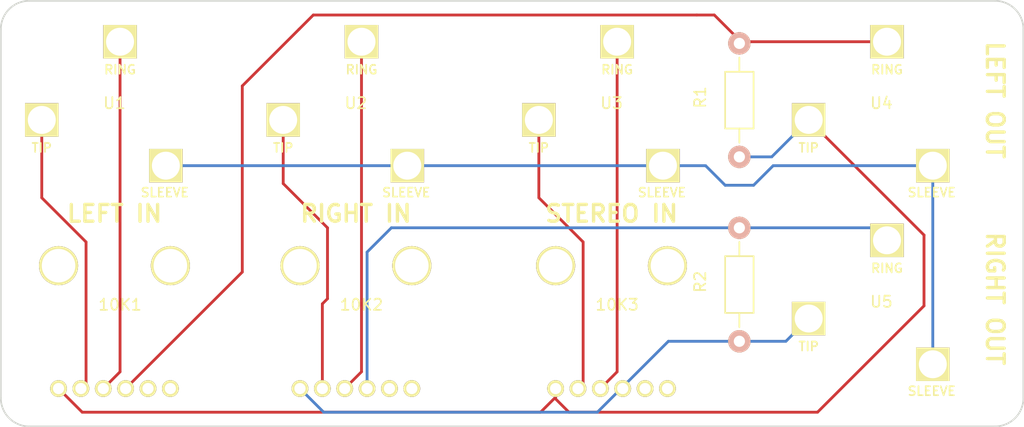
<source format=kicad_pcb>
(kicad_pcb (version 4) (host pcbnew 4.0.2-stable)

  (general
    (links 20)
    (no_connects 0)
    (area 111.659999 98.959999 203.300001 137.260001)
    (thickness 1.6)
    (drawings 18)
    (tracks 62)
    (zones 0)
    (modules 10)
    (nets 12)
  )

  (page A4)
  (layers
    (0 F.Cu signal)
    (31 B.Cu signal)
    (32 B.Adhes user hide)
    (33 F.Adhes user hide)
    (34 B.Paste user hide)
    (35 F.Paste user hide)
    (36 B.SilkS user hide)
    (37 F.SilkS user)
    (38 B.Mask user hide)
    (39 F.Mask user hide)
    (40 Dwgs.User user hide)
    (41 Cmts.User user hide)
    (42 Eco1.User user hide)
    (43 Eco2.User user hide)
    (44 Edge.Cuts user)
    (45 Margin user)
    (46 B.CrtYd user)
    (47 F.CrtYd user)
    (48 B.Fab user)
    (49 F.Fab user)
  )

  (setup
    (last_trace_width 0.25)
    (trace_clearance 0.2)
    (zone_clearance 0.508)
    (zone_45_only no)
    (trace_min 0.2)
    (segment_width 0.2)
    (edge_width 0.15)
    (via_size 0.6)
    (via_drill 0.4)
    (via_min_size 0.4)
    (via_min_drill 0.3)
    (uvia_size 0.3)
    (uvia_drill 0.1)
    (uvias_allowed no)
    (uvia_min_size 0.2)
    (uvia_min_drill 0.1)
    (pcb_text_width 0.3)
    (pcb_text_size 1.5 1.5)
    (mod_edge_width 0.15)
    (mod_text_size 1 1)
    (mod_text_width 0.15)
    (pad_size 1.524 1.524)
    (pad_drill 0.762)
    (pad_to_mask_clearance 0.2)
    (aux_axis_origin 0 0)
    (visible_elements FFFEFF7F)
    (pcbplotparams
      (layerselection 0x00030_80000001)
      (usegerberextensions false)
      (excludeedgelayer true)
      (linewidth 0.100000)
      (plotframeref false)
      (viasonmask false)
      (mode 1)
      (useauxorigin false)
      (hpglpennumber 1)
      (hpglpenspeed 20)
      (hpglpendiameter 15)
      (hpglpenoverlay 2)
      (psnegative false)
      (psa4output false)
      (plotreference true)
      (plotvalue true)
      (plotinvisibletext false)
      (padsonsilk false)
      (subtractmaskfromsilk false)
      (outputformat 1)
      (mirror false)
      (drillshape 1)
      (scaleselection 1)
      (outputdirectory ""))
  )

  (net 0 "")
  (net 1 "Net-(10K1-Pad2)")
  (net 2 "Net-(10K1-Pad1)")
  (net 3 "Net-(10K1-Pad4)")
  (net 4 "Net-(10K1-Pad5)")
  (net 5 "Net-(10K2-Pad2)")
  (net 6 "Net-(10K2-Pad1)")
  (net 7 "Net-(10K2-Pad4)")
  (net 8 "Net-(10K2-Pad5)")
  (net 9 "Net-(10K3-Pad1)")
  (net 10 "Net-(10K3-Pad4)")
  (net 11 GND)

  (net_class Default "This is the default net class."
    (clearance 0.2)
    (trace_width 0.25)
    (via_dia 0.6)
    (via_drill 0.4)
    (uvia_dia 0.3)
    (uvia_drill 0.1)
    (add_net GND)
    (add_net "Net-(10K1-Pad1)")
    (add_net "Net-(10K1-Pad2)")
    (add_net "Net-(10K1-Pad4)")
    (add_net "Net-(10K1-Pad5)")
    (add_net "Net-(10K2-Pad1)")
    (add_net "Net-(10K2-Pad2)")
    (add_net "Net-(10K2-Pad4)")
    (add_net "Net-(10K2-Pad5)")
    (add_net "Net-(10K3-Pad1)")
    (add_net "Net-(10K3-Pad4)")
  )

  (module audio:alps-dual-gang-vertical-pot-RK12L12C0A0G (layer F.Cu) (tedit 5762039E) (tstamp 57620510)
    (at 121.92 128.27)
    (path /57600461)
    (fp_text reference 10K1 (at 0.5 -2) (layer F.SilkS)
      (effects (font (size 1 1) (thickness 0.15)))
    )
    (fp_text value DUAL_POT (at 0.5 1.5) (layer F.Fab)
      (effects (font (size 1 1) (thickness 0.15)))
    )
    (pad b thru_hole circle (at -5 -5.5) (size 3.5 3.5) (drill 3) (layers *.Cu *.Mask F.SilkS))
    (pad 3 thru_hole circle (at 5 5.5) (size 1.5 1.5) (drill 1) (layers *.Cu *.Mask F.SilkS))
    (pad 6 thru_hole circle (at 3 5.5) (size 1.5 1.5) (drill 1) (layers *.Cu *.Mask F.SilkS))
    (pad 2 thru_hole circle (at -5 5.5) (size 1.5 1.5) (drill 1) (layers *.Cu *.Mask F.SilkS)
      (net 1 "Net-(10K1-Pad2)"))
    (pad 1 thru_hole circle (at -3 5.5) (size 1.5 1.5) (drill 1) (layers *.Cu *.Mask F.SilkS)
      (net 2 "Net-(10K1-Pad1)"))
    (pad 4 thru_hole circle (at -1 5.5) (size 1.5 1.5) (drill 1) (layers *.Cu *.Mask F.SilkS)
      (net 3 "Net-(10K1-Pad4)"))
    (pad 5 thru_hole circle (at 1 5.5) (size 1.5 1.5) (drill 1) (layers *.Cu *.Mask F.SilkS)
      (net 4 "Net-(10K1-Pad5)"))
    (pad a thru_hole circle (at 5 -5.5) (size 3.5 3.5) (drill 3) (layers *.Cu *.Mask F.SilkS))
  )

  (module audio:alps-dual-gang-vertical-pot-RK12L12C0A0G (layer F.Cu) (tedit 5762039E) (tstamp 5762051C)
    (at 143.51 128.27)
    (path /576005CD)
    (fp_text reference 10K2 (at 0.5 -2) (layer F.SilkS)
      (effects (font (size 1 1) (thickness 0.15)))
    )
    (fp_text value DUAL_POT (at 0.5 1.5) (layer F.Fab)
      (effects (font (size 1 1) (thickness 0.15)))
    )
    (pad b thru_hole circle (at -5 -5.5) (size 3.5 3.5) (drill 3) (layers *.Cu *.Mask F.SilkS))
    (pad 3 thru_hole circle (at 5 5.5) (size 1.5 1.5) (drill 1) (layers *.Cu *.Mask F.SilkS))
    (pad 6 thru_hole circle (at 3 5.5) (size 1.5 1.5) (drill 1) (layers *.Cu *.Mask F.SilkS))
    (pad 2 thru_hole circle (at -5 5.5) (size 1.5 1.5) (drill 1) (layers *.Cu *.Mask F.SilkS)
      (net 5 "Net-(10K2-Pad2)"))
    (pad 1 thru_hole circle (at -3 5.5) (size 1.5 1.5) (drill 1) (layers *.Cu *.Mask F.SilkS)
      (net 6 "Net-(10K2-Pad1)"))
    (pad 4 thru_hole circle (at -1 5.5) (size 1.5 1.5) (drill 1) (layers *.Cu *.Mask F.SilkS)
      (net 7 "Net-(10K2-Pad4)"))
    (pad 5 thru_hole circle (at 1 5.5) (size 1.5 1.5) (drill 1) (layers *.Cu *.Mask F.SilkS)
      (net 8 "Net-(10K2-Pad5)"))
    (pad a thru_hole circle (at 5 -5.5) (size 3.5 3.5) (drill 3) (layers *.Cu *.Mask F.SilkS))
  )

  (module audio:alps-dual-gang-vertical-pot-RK12L12C0A0G (layer F.Cu) (tedit 5762039E) (tstamp 57620528)
    (at 166.37 128.27)
    (path /57600691)
    (fp_text reference 10K3 (at 0.5 -2) (layer F.SilkS)
      (effects (font (size 1 1) (thickness 0.15)))
    )
    (fp_text value DUAL_POT (at 0.5 1.5) (layer F.Fab)
      (effects (font (size 1 1) (thickness 0.15)))
    )
    (pad b thru_hole circle (at -5 -5.5) (size 3.5 3.5) (drill 3) (layers *.Cu *.Mask F.SilkS))
    (pad 3 thru_hole circle (at 5 5.5) (size 1.5 1.5) (drill 1) (layers *.Cu *.Mask F.SilkS))
    (pad 6 thru_hole circle (at 3 5.5) (size 1.5 1.5) (drill 1) (layers *.Cu *.Mask F.SilkS))
    (pad 2 thru_hole circle (at -5 5.5) (size 1.5 1.5) (drill 1) (layers *.Cu *.Mask F.SilkS)
      (net 1 "Net-(10K1-Pad2)"))
    (pad 1 thru_hole circle (at -3 5.5) (size 1.5 1.5) (drill 1) (layers *.Cu *.Mask F.SilkS)
      (net 9 "Net-(10K3-Pad1)"))
    (pad 4 thru_hole circle (at -1 5.5) (size 1.5 1.5) (drill 1) (layers *.Cu *.Mask F.SilkS)
      (net 10 "Net-(10K3-Pad4)"))
    (pad 5 thru_hole circle (at 1 5.5) (size 1.5 1.5) (drill 1) (layers *.Cu *.Mask F.SilkS)
      (net 5 "Net-(10K2-Pad2)"))
    (pad a thru_hole circle (at 5 -5.5) (size 3.5 3.5) (drill 3) (layers *.Cu *.Mask F.SilkS))
  )

  (module Resistors_ThroughHole:Resistor_Horizontal_RM10mm (layer F.Cu) (tedit 56648415) (tstamp 576229C8)
    (at 177.8 113.03 90)
    (descr "Resistor, Axial,  RM 10mm, 1/3W")
    (tags "Resistor Axial RM 10mm 1/3W")
    (path /576218E6)
    (fp_text reference R1 (at 5.32892 -3.50012 90) (layer F.SilkS)
      (effects (font (size 1 1) (thickness 0.15)))
    )
    (fp_text value 200 (at 5.08 3.81 90) (layer F.Fab)
      (effects (font (size 1 1) (thickness 0.15)))
    )
    (fp_line (start -1.25 -1.5) (end 11.4 -1.5) (layer F.CrtYd) (width 0.05))
    (fp_line (start -1.25 1.5) (end -1.25 -1.5) (layer F.CrtYd) (width 0.05))
    (fp_line (start 11.4 -1.5) (end 11.4 1.5) (layer F.CrtYd) (width 0.05))
    (fp_line (start -1.25 1.5) (end 11.4 1.5) (layer F.CrtYd) (width 0.05))
    (fp_line (start 2.54 -1.27) (end 7.62 -1.27) (layer F.SilkS) (width 0.15))
    (fp_line (start 7.62 -1.27) (end 7.62 1.27) (layer F.SilkS) (width 0.15))
    (fp_line (start 7.62 1.27) (end 2.54 1.27) (layer F.SilkS) (width 0.15))
    (fp_line (start 2.54 1.27) (end 2.54 -1.27) (layer F.SilkS) (width 0.15))
    (fp_line (start 2.54 0) (end 1.27 0) (layer F.SilkS) (width 0.15))
    (fp_line (start 7.62 0) (end 8.89 0) (layer F.SilkS) (width 0.15))
    (pad 1 thru_hole circle (at 0 0 90) (size 1.99898 1.99898) (drill 1.00076) (layers *.Cu *.SilkS *.Mask)
      (net 1 "Net-(10K1-Pad2)"))
    (pad 2 thru_hole circle (at 10.16 0 90) (size 1.99898 1.99898) (drill 1.00076) (layers *.Cu *.SilkS *.Mask)
      (net 4 "Net-(10K1-Pad5)"))
    (model Resistors_ThroughHole.3dshapes/Resistor_Horizontal_RM10mm.wrl
      (at (xyz 0.2 0 0))
      (scale (xyz 0.4 0.4 0.4))
      (rotate (xyz 0 0 0))
    )
  )

  (module Resistors_ThroughHole:Resistor_Horizontal_RM10mm (layer F.Cu) (tedit 56648415) (tstamp 576229CE)
    (at 177.8 129.54 90)
    (descr "Resistor, Axial,  RM 10mm, 1/3W")
    (tags "Resistor Axial RM 10mm 1/3W")
    (path /5762179A)
    (fp_text reference R2 (at 5.32892 -3.50012 90) (layer F.SilkS)
      (effects (font (size 1 1) (thickness 0.15)))
    )
    (fp_text value 200 (at 5.08 3.81 90) (layer F.Fab)
      (effects (font (size 1 1) (thickness 0.15)))
    )
    (fp_line (start -1.25 -1.5) (end 11.4 -1.5) (layer F.CrtYd) (width 0.05))
    (fp_line (start -1.25 1.5) (end -1.25 -1.5) (layer F.CrtYd) (width 0.05))
    (fp_line (start 11.4 -1.5) (end 11.4 1.5) (layer F.CrtYd) (width 0.05))
    (fp_line (start -1.25 1.5) (end 11.4 1.5) (layer F.CrtYd) (width 0.05))
    (fp_line (start 2.54 -1.27) (end 7.62 -1.27) (layer F.SilkS) (width 0.15))
    (fp_line (start 7.62 -1.27) (end 7.62 1.27) (layer F.SilkS) (width 0.15))
    (fp_line (start 7.62 1.27) (end 2.54 1.27) (layer F.SilkS) (width 0.15))
    (fp_line (start 2.54 1.27) (end 2.54 -1.27) (layer F.SilkS) (width 0.15))
    (fp_line (start 2.54 0) (end 1.27 0) (layer F.SilkS) (width 0.15))
    (fp_line (start 7.62 0) (end 8.89 0) (layer F.SilkS) (width 0.15))
    (pad 1 thru_hole circle (at 0 0 90) (size 1.99898 1.99898) (drill 1.00076) (layers *.Cu *.SilkS *.Mask)
      (net 5 "Net-(10K2-Pad2)"))
    (pad 2 thru_hole circle (at 10.16 0 90) (size 1.99898 1.99898) (drill 1.00076) (layers *.Cu *.SilkS *.Mask)
      (net 8 "Net-(10K2-Pad5)"))
    (model Resistors_ThroughHole.3dshapes/Resistor_Horizontal_RM10mm.wrl
      (at (xyz 0.2 0 0))
      (scale (xyz 0.4 0.4 0.4))
      (rotate (xyz 0 0 0))
    )
  )

  (module audio:0.25-jack (layer F.Cu) (tedit 5762E950) (tstamp 5762055A)
    (at 190.5 127)
    (path /576205EC)
    (fp_text reference U5 (at 0 -1) (layer F.SilkS)
      (effects (font (size 1 1) (thickness 0.15)))
    )
    (fp_text value 0.25mm_Jack (at 0 1) (layer F.Fab)
      (effects (font (size 1 1) (thickness 0.15)))
    )
    (fp_text user SLEEVE (at 4.5 7) (layer F.SilkS)
      (effects (font (size 0.8 0.8) (thickness 0.15)))
    )
    (fp_text user RING (at 0.5 -4) (layer F.SilkS)
      (effects (font (size 0.8 0.8) (thickness 0.15)))
    )
    (fp_text user TIP (at -6.5 3) (layer F.SilkS)
      (effects (font (size 0.8 0.8) (thickness 0.15)))
    )
    (pad 3 thru_hole rect (at 4.596194 4.596194) (size 3 3) (drill oval 2.5) (layers *.Cu *.Mask F.SilkS)
      (net 11 GND))
    (pad 1 thru_hole rect (at -6.5 0.5) (size 3 3) (drill oval 2.5) (layers *.Cu *.Mask F.SilkS)
      (net 5 "Net-(10K2-Pad2)"))
    (pad 2 thru_hole rect (at 0.5 -6.5 90) (size 3 3) (drill oval 2.5) (layers *.Cu *.Mask F.SilkS)
      (net 8 "Net-(10K2-Pad5)"))
  )

  (module audio:0.25-jack (layer F.Cu) (tedit 5762E950) (tstamp 57620550)
    (at 190.5 109.22)
    (path /576205A2)
    (fp_text reference U4 (at 0 -1) (layer F.SilkS)
      (effects (font (size 1 1) (thickness 0.15)))
    )
    (fp_text value 0.25mm_Jack (at 0 1) (layer F.Fab)
      (effects (font (size 1 1) (thickness 0.15)))
    )
    (fp_text user SLEEVE (at 4.5 7) (layer F.SilkS)
      (effects (font (size 0.8 0.8) (thickness 0.15)))
    )
    (fp_text user RING (at 0.5 -4) (layer F.SilkS)
      (effects (font (size 0.8 0.8) (thickness 0.15)))
    )
    (fp_text user TIP (at -6.5 3) (layer F.SilkS)
      (effects (font (size 0.8 0.8) (thickness 0.15)))
    )
    (pad 3 thru_hole rect (at 4.596194 4.596194) (size 3 3) (drill oval 2.5) (layers *.Cu *.Mask F.SilkS)
      (net 11 GND))
    (pad 1 thru_hole rect (at -6.5 0.5) (size 3 3) (drill oval 2.5) (layers *.Cu *.Mask F.SilkS)
      (net 1 "Net-(10K1-Pad2)"))
    (pad 2 thru_hole rect (at 0.5 -6.5 90) (size 3 3) (drill oval 2.5) (layers *.Cu *.Mask F.SilkS)
      (net 4 "Net-(10K1-Pad5)"))
  )

  (module audio:0.25-jack (layer F.Cu) (tedit 5762E950) (tstamp 57620532)
    (at 121.92 109.22)
    (path /576202BA)
    (fp_text reference U1 (at 0 -1) (layer F.SilkS)
      (effects (font (size 1 1) (thickness 0.15)))
    )
    (fp_text value 0.25mm_Jack (at 0 1) (layer F.Fab)
      (effects (font (size 1 1) (thickness 0.15)))
    )
    (fp_text user SLEEVE (at 4.5 7) (layer F.SilkS)
      (effects (font (size 0.8 0.8) (thickness 0.15)))
    )
    (fp_text user RING (at 0.5 -4) (layer F.SilkS)
      (effects (font (size 0.8 0.8) (thickness 0.15)))
    )
    (fp_text user TIP (at -6.5 3) (layer F.SilkS)
      (effects (font (size 0.8 0.8) (thickness 0.15)))
    )
    (pad 3 thru_hole rect (at 4.596194 4.596194) (size 3 3) (drill oval 2.5) (layers *.Cu *.Mask F.SilkS)
      (net 11 GND))
    (pad 1 thru_hole rect (at -6.5 0.5) (size 3 3) (drill oval 2.5) (layers *.Cu *.Mask F.SilkS)
      (net 2 "Net-(10K1-Pad1)"))
    (pad 2 thru_hole rect (at 0.5 -6.5 90) (size 3 3) (drill oval 2.5) (layers *.Cu *.Mask F.SilkS)
      (net 3 "Net-(10K1-Pad4)"))
  )

  (module audio:0.25-jack (layer F.Cu) (tedit 5762E950) (tstamp 57620546)
    (at 166.37 109.22)
    (path /576201E7)
    (fp_text reference U3 (at 0 -1) (layer F.SilkS)
      (effects (font (size 1 1) (thickness 0.15)))
    )
    (fp_text value 0.25mm_Jack (at 0 1) (layer F.Fab)
      (effects (font (size 1 1) (thickness 0.15)))
    )
    (fp_text user SLEEVE (at 4.5 7) (layer F.SilkS)
      (effects (font (size 0.8 0.8) (thickness 0.15)))
    )
    (fp_text user RING (at 0.5 -4) (layer F.SilkS)
      (effects (font (size 0.8 0.8) (thickness 0.15)))
    )
    (fp_text user TIP (at -6.5 3) (layer F.SilkS)
      (effects (font (size 0.8 0.8) (thickness 0.15)))
    )
    (pad 3 thru_hole rect (at 4.596194 4.596194) (size 3 3) (drill oval 2.5) (layers *.Cu *.Mask F.SilkS)
      (net 11 GND))
    (pad 1 thru_hole rect (at -6.5 0.5) (size 3 3) (drill oval 2.5) (layers *.Cu *.Mask F.SilkS)
      (net 9 "Net-(10K3-Pad1)"))
    (pad 2 thru_hole rect (at 0.5 -6.5 90) (size 3 3) (drill oval 2.5) (layers *.Cu *.Mask F.SilkS)
      (net 10 "Net-(10K3-Pad4)"))
  )

  (module audio:0.25-jack (layer F.Cu) (tedit 5762E950) (tstamp 5762053C)
    (at 143.51 109.22)
    (path /57620289)
    (fp_text reference U2 (at 0 -1) (layer F.SilkS)
      (effects (font (size 1 1) (thickness 0.15)))
    )
    (fp_text value 0.25mm_Jack (at 0 1) (layer F.Fab)
      (effects (font (size 1 1) (thickness 0.15)))
    )
    (fp_text user SLEEVE (at 4.5 7) (layer F.SilkS)
      (effects (font (size 0.8 0.8) (thickness 0.15)))
    )
    (fp_text user RING (at 0.5 -4) (layer F.SilkS)
      (effects (font (size 0.8 0.8) (thickness 0.15)))
    )
    (fp_text user TIP (at -6.5 3) (layer F.SilkS)
      (effects (font (size 0.8 0.8) (thickness 0.15)))
    )
    (pad 3 thru_hole rect (at 4.596194 4.596194) (size 3 3) (drill oval 2.5) (layers *.Cu *.Mask F.SilkS)
      (net 11 GND))
    (pad 1 thru_hole rect (at -6.5 0.5) (size 3 3) (drill oval 2.5) (layers *.Cu *.Mask F.SilkS)
      (net 6 "Net-(10K2-Pad1)"))
    (pad 2 thru_hole rect (at 0.5 -6.5 90) (size 3 3) (drill oval 2.5) (layers *.Cu *.Mask F.SilkS)
      (net 7 "Net-(10K2-Pad4)"))
  )

  (gr_text "RIGHT IN" (at 143.51 118.11) (layer F.SilkS)
    (effects (font (size 1.5 1.5) (thickness 0.3)))
  )
  (gr_text "LEFT IN" (at 121.92 118.11) (layer F.SilkS)
    (effects (font (size 1.5 1.5) (thickness 0.3)))
  )
  (gr_text "STEREO IN" (at 166.37 118.11) (layer F.SilkS)
    (effects (font (size 1.5 1.5) (thickness 0.3)))
  )
  (gr_text "RIGHT OUT" (at 200.66 125.73 270) (layer F.SilkS)
    (effects (font (size 1.5 1.5) (thickness 0.3)))
  )
  (gr_text "LEFT OUT" (at 200.66 107.95 270) (layer F.SilkS)
    (effects (font (size 1.5 1.5) (thickness 0.3)))
  )
  (gr_line (start 111.76 134.62) (end 111.76 101.6) (angle 90) (layer Edge.Cuts) (width 0.15))
  (gr_line (start 200.66 137.16) (end 114.3 137.16) (angle 90) (layer Edge.Cuts) (width 0.15))
  (gr_line (start 200.66 99.06) (end 114.3 99.06) (angle 90) (layer Edge.Cuts) (width 0.15))
  (gr_line (start 203.2 134.62) (end 203.2 101.6) (angle 90) (layer Edge.Cuts) (width 0.15))
  (gr_line (start 203.2 101.6) (end 203.2 134.62) (angle 90) (layer Edge.Cuts) (width 0.15))
  (gr_arc (start 114.3 134.62) (end 114.3 137.16) (angle 90) (layer Edge.Cuts) (width 0.15))
  (gr_arc (start 114.3 101.6) (end 111.76 101.6) (angle 90) (layer Edge.Cuts) (width 0.15))
  (gr_arc (start 200.66 101.6) (end 200.66 99.06) (angle 90) (layer Edge.Cuts) (width 0.15))
  (gr_arc (start 200.66 134.62) (end 203.2 134.62) (angle 90) (layer Edge.Cuts) (width 0.15))
  (gr_line (start 111.76 137.16) (end 111.76 99.06) (angle 90) (layer Eco1.User) (width 0.2))
  (gr_line (start 203.2 137.16) (end 111.76 137.16) (angle 90) (layer Eco1.User) (width 0.2))
  (gr_line (start 203.2 99.06) (end 203.2 137.16) (angle 90) (layer Eco1.User) (width 0.2))
  (gr_line (start 111.76 99.06) (end 203.2 99.06) (angle 90) (layer Eco1.User) (width 0.2))

  (segment (start 194.31 120.03) (end 194.31 126.365) (width 0.25) (layer F.Cu) (net 1))
  (segment (start 194.31 126.365) (end 184.785 135.89) (width 0.25) (layer F.Cu) (net 1) (tstamp 5762EBBE))
  (segment (start 161.37 134.54) (end 160.02 135.89) (width 0.25) (layer F.Cu) (net 1) (tstamp 57622CFF))
  (segment (start 160.02 135.89) (end 119.04 135.89) (width 0.25) (layer F.Cu) (net 1) (tstamp 57622D02))
  (segment (start 119.04 135.89) (end 116.92 133.77) (width 0.25) (layer F.Cu) (net 1) (tstamp 57622D09))
  (segment (start 161.37 133.77) (end 161.37 134.54) (width 0.25) (layer F.Cu) (net 1))
  (segment (start 161.37 133.77) (end 161.37 134.7) (width 0.25) (layer F.Cu) (net 1))
  (segment (start 162.56 135.89) (end 184.785 135.89) (width 0.25) (layer F.Cu) (net 1) (tstamp 57620C30))
  (segment (start 161.37 134.7) (end 162.56 135.89) (width 0.25) (layer F.Cu) (net 1) (tstamp 57620C29))
  (segment (start 194.31 120.03) (end 194.31 120.03) (width 0.25) (layer F.Cu) (net 1) (tstamp 57620C48))
  (segment (start 194.31 120.03) (end 184 109.72) (width 0.25) (layer F.Cu) (net 1) (tstamp 5762EBBC))
  (segment (start 180.69 113.03) (end 184 109.72) (width 0.25) (layer B.Cu) (net 1) (tstamp 57622A49))
  (segment (start 177.8 113.03) (end 180.69 113.03) (width 0.25) (layer B.Cu) (net 1))
  (segment (start 115.42 109.72) (end 115.42 116.69) (width 0.25) (layer F.Cu) (net 2))
  (segment (start 119.38 120.65) (end 119.38 133.31) (width 0.25) (layer F.Cu) (net 2) (tstamp 57620B8E))
  (segment (start 115.42 116.69) (end 119.38 120.65) (width 0.25) (layer F.Cu) (net 2) (tstamp 57620B89))
  (segment (start 119.38 133.31) (end 118.92 133.77) (width 0.25) (layer F.Cu) (net 2) (tstamp 57620B91))
  (segment (start 122.42 102.72) (end 122.42 132.27) (width 0.25) (layer F.Cu) (net 3))
  (segment (start 122.42 132.27) (end 120.92 133.77) (width 0.25) (layer F.Cu) (net 3) (tstamp 57620B7F))
  (segment (start 191 102.72) (end 177.95 102.72) (width 0.25) (layer F.Cu) (net 4))
  (segment (start 177.95 102.72) (end 175.56 100.33) (width 0.25) (layer F.Cu) (net 4) (tstamp 57622A34))
  (segment (start 175.56 100.33) (end 173.99 100.33) (width 0.25) (layer F.Cu) (net 4) (tstamp 57622A36))
  (segment (start 139.7 100.33) (end 138.43 101.6) (width 0.25) (layer F.Cu) (net 4) (tstamp 576222D0))
  (segment (start 173.99 100.33) (end 139.7 100.33) (width 0.25) (layer F.Cu) (net 4) (tstamp 576222CD))
  (segment (start 133.35 106.68) (end 133.35 123.34) (width 0.25) (layer F.Cu) (net 4) (tstamp 5762228B))
  (segment (start 122.92 133.77) (end 133.35 123.34) (width 0.25) (layer F.Cu) (net 4) (tstamp 5762228F))
  (segment (start 138.43 101.6) (end 133.35 106.68) (width 0.25) (layer F.Cu) (net 4))
  (segment (start 177.8 129.54) (end 181.96 129.54) (width 0.25) (layer B.Cu) (net 5))
  (segment (start 181.96 129.54) (end 184 127.5) (width 0.25) (layer B.Cu) (net 5) (tstamp 57622FE6))
  (segment (start 167.37 133.77) (end 167.37 133.62) (width 0.25) (layer B.Cu) (net 5))
  (segment (start 167.37 133.62) (end 171.45 129.54) (width 0.25) (layer B.Cu) (net 5) (tstamp 57622FD8))
  (segment (start 171.45 129.54) (end 177.8 129.54) (width 0.25) (layer B.Cu) (net 5) (tstamp 57622FE0))
  (segment (start 140.63 135.89) (end 138.51 133.77) (width 0.25) (layer B.Cu) (net 5) (tstamp 57622F61))
  (segment (start 165.1 135.89) (end 140.63 135.89) (width 0.25) (layer B.Cu) (net 5) (tstamp 57622F5C))
  (segment (start 167.22 133.77) (end 165.1 135.89) (width 0.25) (layer B.Cu) (net 5) (tstamp 57622F55))
  (segment (start 167.37 133.77) (end 167.22 133.77) (width 0.25) (layer B.Cu) (net 5))
  (segment (start 137.01 115.42) (end 137.01 109.72) (width 0.25) (layer F.Cu) (net 6) (tstamp 57620B5E))
  (segment (start 140.51 133.77) (end 140.51 126.19) (width 0.25) (layer F.Cu) (net 6))
  (segment (start 140.97 119.38) (end 137.01 115.42) (width 0.25) (layer F.Cu) (net 6) (tstamp 57620B5A))
  (segment (start 140.97 125.73) (end 140.97 119.38) (width 0.25) (layer F.Cu) (net 6) (tstamp 57620B55))
  (segment (start 140.51 126.19) (end 140.97 125.73) (width 0.25) (layer F.Cu) (net 6) (tstamp 57620B4C))
  (segment (start 144.01 102.72) (end 144.01 132.27) (width 0.25) (layer F.Cu) (net 7))
  (segment (start 144.01 132.27) (end 142.51 133.77) (width 0.25) (layer F.Cu) (net 7) (tstamp 57620B3D))
  (segment (start 144.51 121.555) (end 146.685 119.38) (width 0.25) (layer B.Cu) (net 8) (tstamp 57622D38))
  (segment (start 177.8 119.38) (end 189.88 119.38) (width 0.25) (layer B.Cu) (net 8))
  (segment (start 189.88 119.38) (end 191 120.5) (width 0.25) (layer B.Cu) (net 8) (tstamp 57622D44))
  (segment (start 177.8 119.38) (end 146.685 119.38) (width 0.25) (layer B.Cu) (net 8))
  (segment (start 144.51 121.555) (end 144.51 133.77) (width 0.25) (layer B.Cu) (net 8))
  (segment (start 163.83 120.65) (end 163.83 133.31) (width 0.25) (layer F.Cu) (net 9) (tstamp 57620BB1))
  (segment (start 159.87 109.72) (end 159.87 116.69) (width 0.25) (layer F.Cu) (net 9))
  (segment (start 159.87 116.69) (end 163.83 120.65) (width 0.25) (layer F.Cu) (net 9) (tstamp 57620BAD))
  (segment (start 163.83 133.31) (end 163.37 133.77) (width 0.25) (layer F.Cu) (net 9) (tstamp 57620BB7))
  (segment (start 166.87 102.72) (end 166.87 132.27) (width 0.25) (layer F.Cu) (net 10))
  (segment (start 166.87 132.27) (end 165.37 133.77) (width 0.25) (layer F.Cu) (net 10) (tstamp 57620B9C))
  (segment (start 195.096194 113.816194) (end 195.096194 131.596194) (width 0.25) (layer B.Cu) (net 11))
  (segment (start 170.966194 113.816194) (end 174.776194 113.816194) (width 0.25) (layer B.Cu) (net 11))
  (segment (start 180.823806 113.816194) (end 195.096194 113.816194) (width 0.25) (layer B.Cu) (net 11) (tstamp 5762EAE8))
  (segment (start 179.07 115.57) (end 180.823806 113.816194) (width 0.25) (layer B.Cu) (net 11) (tstamp 5762EAE2))
  (segment (start 176.53 115.57) (end 179.07 115.57) (width 0.25) (layer B.Cu) (net 11) (tstamp 5762EADE))
  (segment (start 174.776194 113.816194) (end 176.53 115.57) (width 0.25) (layer B.Cu) (net 11) (tstamp 5762EADA))
  (segment (start 148.106194 113.816194) (end 170.966194 113.816194) (width 0.25) (layer B.Cu) (net 11))
  (segment (start 126.516194 113.816194) (end 148.106194 113.816194) (width 0.25) (layer B.Cu) (net 11))

)

</source>
